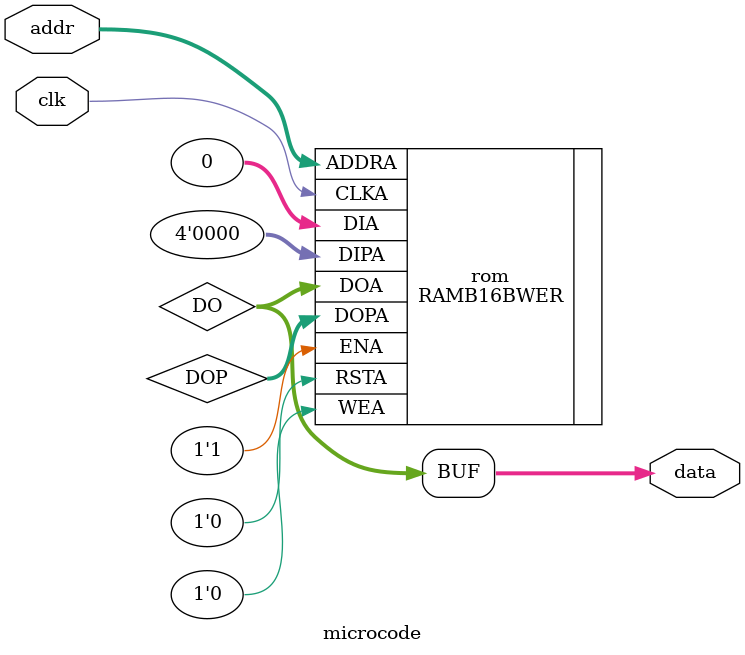
<source format=v>
module microcode(
    input clk,
    input [8:0] addr,
    output [31:0] data );

wire [31:0] DO;
wire [3:0] DOP;

assign data = DO[31:0];

RAMB16BWER #(.DATA_WIDTH_A(36)) rom(
    .CLKA(clk),
    .DIA(32'b0),
    .DIPA(4'b0),
    .ENA(1'b1),
    .RSTA(1'b0),
    .WEA(1'b0),
    .ADDRA(addr),
    .DOA(DO),
    .DOPA(DOP) );

`include "microcode_init.v"

endmodule

</source>
